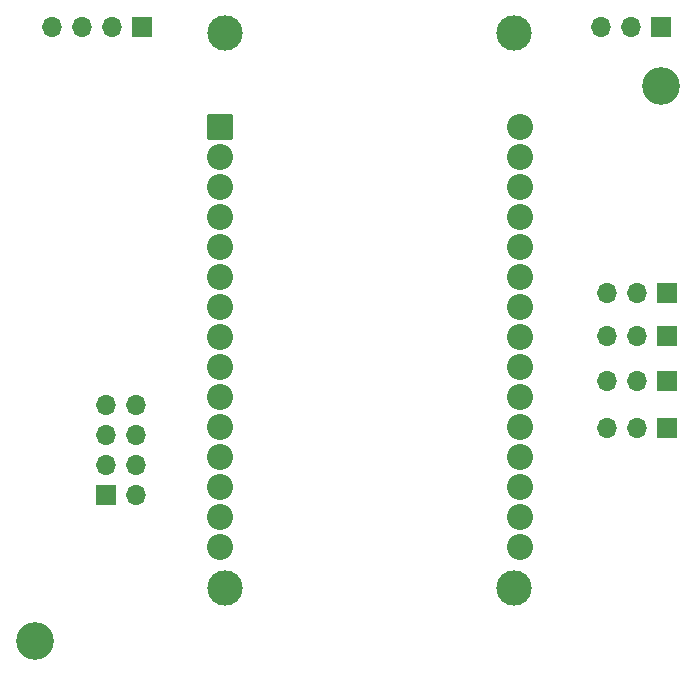
<source format=gbr>
%TF.GenerationSoftware,KiCad,Pcbnew,8.0.5*%
%TF.CreationDate,2024-09-12T11:42:49-05:00*%
%TF.ProjectId,avion,6176696f-6e2e-46b6-9963-61645f706362,rev?*%
%TF.SameCoordinates,Original*%
%TF.FileFunction,Soldermask,Top*%
%TF.FilePolarity,Negative*%
%FSLAX46Y46*%
G04 Gerber Fmt 4.6, Leading zero omitted, Abs format (unit mm)*
G04 Created by KiCad (PCBNEW 8.0.5) date 2024-09-12 11:42:49*
%MOMM*%
%LPD*%
G01*
G04 APERTURE LIST*
G04 Aperture macros list*
%AMRoundRect*
0 Rectangle with rounded corners*
0 $1 Rounding radius*
0 $2 $3 $4 $5 $6 $7 $8 $9 X,Y pos of 4 corners*
0 Add a 4 corners polygon primitive as box body*
4,1,4,$2,$3,$4,$5,$6,$7,$8,$9,$2,$3,0*
0 Add four circle primitives for the rounded corners*
1,1,$1+$1,$2,$3*
1,1,$1+$1,$4,$5*
1,1,$1+$1,$6,$7*
1,1,$1+$1,$8,$9*
0 Add four rect primitives between the rounded corners*
20,1,$1+$1,$2,$3,$4,$5,0*
20,1,$1+$1,$4,$5,$6,$7,0*
20,1,$1+$1,$6,$7,$8,$9,0*
20,1,$1+$1,$8,$9,$2,$3,0*%
G04 Aperture macros list end*
%ADD10C,3.200000*%
%ADD11R,1.700000X1.700000*%
%ADD12O,1.700000X1.700000*%
%ADD13C,3.000000*%
%ADD14RoundRect,0.102000X-1.000000X-1.000000X1.000000X-1.000000X1.000000X1.000000X-1.000000X1.000000X0*%
%ADD15C,2.204000*%
G04 APERTURE END LIST*
D10*
%TO.C,REF\u002A\u002A*%
X231000000Y-68000000D03*
%TD*%
%TO.C,REF\u002A\u002A*%
X178000000Y-115000000D03*
%TD*%
D11*
%TO.C,J6*%
X231445000Y-85500000D03*
D12*
X228905000Y-85500000D03*
X226365000Y-85500000D03*
%TD*%
D11*
%TO.C,J1*%
X183960000Y-102620000D03*
D12*
X186500000Y-102620000D03*
X183960000Y-100080000D03*
X186500000Y-100080000D03*
X183960000Y-97540000D03*
X186500000Y-97540000D03*
X183960000Y-95000000D03*
X186500000Y-95000000D03*
%TD*%
D11*
%TO.C,J8*%
X231500000Y-93000000D03*
D12*
X228960000Y-93000000D03*
X226420000Y-93000000D03*
%TD*%
D13*
%TO.C,U1*%
X194020000Y-63560000D03*
X194020000Y-110510000D03*
X218530000Y-63560000D03*
X218530000Y-110510000D03*
D14*
X193600000Y-71520000D03*
D15*
X193600000Y-74060000D03*
X193600000Y-76600000D03*
X193600000Y-79140000D03*
X193600000Y-81680000D03*
X193600000Y-84220000D03*
X193600000Y-86760000D03*
X193600000Y-89300000D03*
X193600000Y-91840000D03*
X193600000Y-94380000D03*
X193600000Y-96920000D03*
X193600000Y-99460000D03*
X193600000Y-102000000D03*
X193600000Y-104540000D03*
X193600000Y-107080000D03*
X219000000Y-107080000D03*
X219000000Y-104540000D03*
X219000000Y-102000000D03*
X219000000Y-99460000D03*
X219000000Y-96920000D03*
X219000000Y-94380000D03*
X219000000Y-91840000D03*
X219000000Y-89300000D03*
X219000000Y-86760000D03*
X219000000Y-84220000D03*
X219000000Y-81680000D03*
X219000000Y-79140000D03*
X219000000Y-76600000D03*
X219000000Y-74060000D03*
X219000000Y-71520000D03*
%TD*%
D11*
%TO.C,J9*%
X231000000Y-63000000D03*
D12*
X228460000Y-63000000D03*
X225920000Y-63000000D03*
%TD*%
D11*
%TO.C,J7*%
X231445000Y-97000000D03*
D12*
X228905000Y-97000000D03*
X226365000Y-97000000D03*
%TD*%
D11*
%TO.C,J4*%
X187000000Y-63000000D03*
D12*
X184460000Y-63000000D03*
X181920000Y-63000000D03*
X179380000Y-63000000D03*
%TD*%
D11*
%TO.C,J5*%
X231445000Y-89200000D03*
D12*
X228905000Y-89200000D03*
X226365000Y-89200000D03*
%TD*%
M02*

</source>
